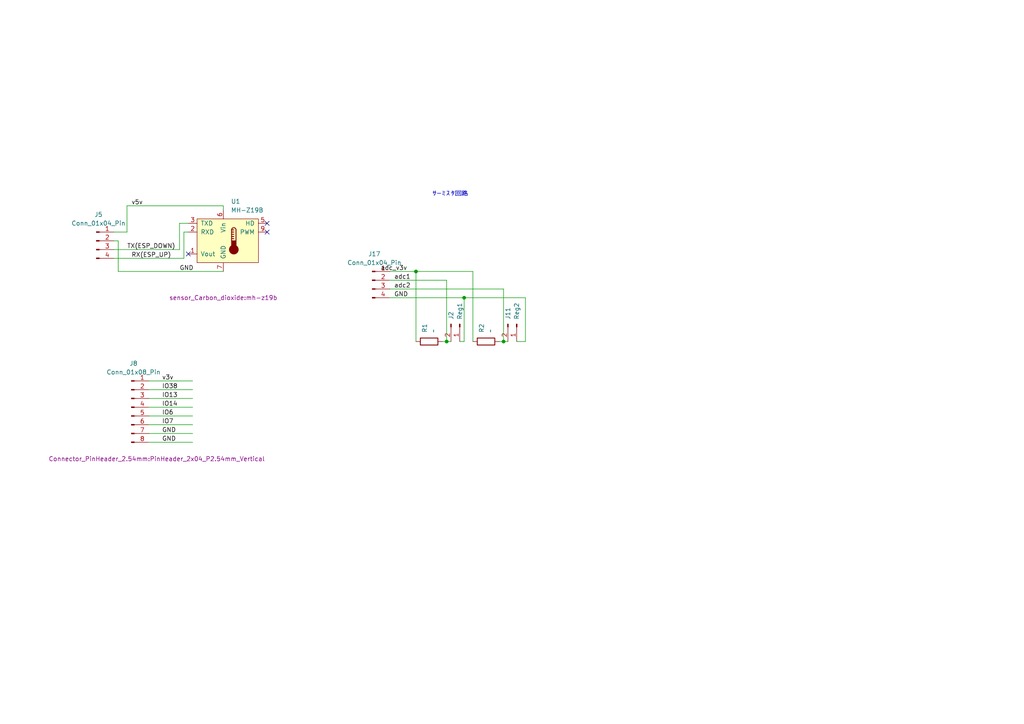
<source format=kicad_sch>
(kicad_sch (version 20231120) (generator "eeschema") (generator_version "8.0")
  (paper "A4")
  (lib_symbols
    (symbol "Connector:Conn_01x02_Pin" (pin_names (offset 1.016) hide)
      (property "Reference" "J" (at 0 2.54 0))
      (property "Value" "Conn_01x02_Pin" (at 0 -5.08 0))
      (symbol "Conn_01x02_Pin_1_1"
        (polyline (pts (xy 1.27 -2.54) (xy 0.8636 -2.54)) (stroke (width 0.1524)))
        (polyline (pts (xy 1.27 0) (xy 0.8636 0)) (stroke (width 0.1524)))
        (rectangle (start 0.8636 -2.413) (end 0 -2.667) (stroke (width 0.1524)) (fill (type outline)))
        (rectangle (start 0.8636 0.127) (end 0 -0.127) (stroke (width 0.1524)) (fill (type outline)))
        (pin passive line (at 5.08 0 180) (length 3.81) (name "Pin_1") (number "1"))
        (pin passive line (at 5.08 -2.54 180) (length 3.81) (name "Pin_2") (number "2"))
      )
    )
    (symbol "Connector:Conn_01x04_Pin" (pin_names (offset 1.016) hide)
      (property "Reference" "J" (at 0 5.08 0))
      (property "Value" "Conn_01x04_Pin" (at 0 -7.62 0))
      (symbol "Conn_01x04_Pin_1_1"
        (polyline (pts (xy 1.27 -5.08) (xy 0.8636 -5.08)) (stroke (width 0.1524)))
        (polyline (pts (xy 1.27 -2.54) (xy 0.8636 -2.54)) (stroke (width 0.1524)))
        (polyline (pts (xy 1.27 0) (xy 0.8636 0)) (stroke (width 0.1524)))
        (polyline (pts (xy 1.27 2.54) (xy 0.8636 2.54)) (stroke (width 0.1524)))
        (rectangle (start 0.8636 -4.953) (end 0 -5.207) (stroke (width 0.1524)) (fill (type outline)))
        (rectangle (start 0.8636 -2.413) (end 0 -2.667) (stroke (width 0.1524)) (fill (type outline)))
        (rectangle (start 0.8636 0.127) (end 0 -0.127) (stroke (width 0.1524)) (fill (type outline)))
        (rectangle (start 0.8636 2.667) (end 0 2.413) (stroke (width 0.1524)) (fill (type outline)))
        (pin passive line (at 5.08 2.54 180) (length 3.81) (name "Pin_1") (number "1"))
        (pin passive line (at 5.08 0 180) (length 3.81) (name "Pin_2") (number "2"))
        (pin passive line (at 5.08 -2.54 180) (length 3.81) (name "Pin_3") (number "3"))
        (pin passive line (at 5.08 -5.08 180) (length 3.81) (name "Pin_4") (number "4"))
      )
    )
    (symbol "Connector:Conn_01x08_Pin" (pin_names (offset 1.016) hide)
      (property "Reference" "J" (at 0 10.16 0))
      (property "Value" "Conn_01x08_Pin" (at 0 -12.7 0))
      (symbol "Conn_01x08_Pin_1_1"
        (polyline (pts (xy 1.27 -10.16) (xy 0.8636 -10.16)) (stroke (width 0.1524)))
        (polyline (pts (xy 1.27 -7.62) (xy 0.8636 -7.62)) (stroke (width 0.1524)))
        (polyline (pts (xy 1.27 -5.08) (xy 0.8636 -5.08)) (stroke (width 0.1524)))
        (polyline (pts (xy 1.27 -2.54) (xy 0.8636 -2.54)) (stroke (width 0.1524)))
        (polyline (pts (xy 1.27 0) (xy 0.8636 0)) (stroke (width 0.1524)))
        (polyline (pts (xy 1.27 2.54) (xy 0.8636 2.54)) (stroke (width 0.1524)))
        (polyline (pts (xy 1.27 5.08) (xy 0.8636 5.08)) (stroke (width 0.1524)))
        (polyline (pts (xy 1.27 7.62) (xy 0.8636 7.62)) (stroke (width 0.1524)))
        (rectangle (start 0.8636 -10.033) (end 0 -10.287) (stroke (width 0.1524)) (fill (type outline)))
        (rectangle (start 0.8636 -7.493) (end 0 -7.747) (stroke (width 0.1524)) (fill (type outline)))
        (rectangle (start 0.8636 -4.953) (end 0 -5.207) (stroke (width 0.1524)) (fill (type outline)))
        (rectangle (start 0.8636 -2.413) (end 0 -2.667) (stroke (width 0.1524)) (fill (type outline)))
        (rectangle (start 0.8636 0.127) (end 0 -0.127) (stroke (width 0.1524)) (fill (type outline)))
        (rectangle (start 0.8636 2.667) (end 0 2.413) (stroke (width 0.1524)) (fill (type outline)))
        (rectangle (start 0.8636 5.207) (end 0 4.953) (stroke (width 0.1524)) (fill (type outline)))
        (rectangle (start 0.8636 7.747) (end 0 7.493) (stroke (width 0.1524)) (fill (type outline)))
        (pin passive line (at 5.08 7.62 180) (length 3.81) (name "Pin_1") (number "1"))
        (pin passive line (at 5.08 5.08 180) (length 3.81) (name "Pin_2") (number "2"))
        (pin passive line (at 5.08 2.54 180) (length 3.81) (name "Pin_3") (number "3"))
        (pin passive line (at 5.08 0 180) (length 3.81) (name "Pin_4") (number "4"))
        (pin passive line (at 5.08 -2.54 180) (length 3.81) (name "Pin_5") (number "5"))
        (pin passive line (at 5.08 -5.08 180) (length 3.81) (name "Pin_6") (number "6"))
        (pin passive line (at 5.08 -7.62 180) (length 3.81) (name "Pin_7") (number "7"))
        (pin passive line (at 5.08 -10.16 180) (length 3.81) (name "Pin_8") (number "8"))
      )
    )
    (symbol "Device:R" (pin_numbers hide) (pin_names (offset 0))
      (property "Reference" "R" (at 2.032 0 90))
      (property "Value" "R" (at 0 0 90))
      (symbol "R_0_1"
        (rectangle (start -1.016 -2.54) (end 1.016 2.54) (stroke (width 0.254)))
      )
      (symbol "R_1_1"
        (pin passive line (at 0 3.81 270) (length 1.27) (name "~") (number "1"))
        (pin passive line (at 0 -3.81 90) (length 1.27) (name "~") (number "2"))
      )
    )
    (symbol "mh_z19b:MH-Z19B" (pin_names (offset 1.016))
      (property "Reference" "U" (at -6.35 7.62 0))
      (property "Value" "MH-Z19B" (at 5.08 7.62 0))
      (symbol "MH-Z19B_0_1"
        (rectangle (start 10.16 -6.35) (end -7.62 6.35) (fill (type background)))
      )
      (symbol "MH-Z19B_1_1"
        (polyline (pts (xy 2.413 0.635) (xy 3.048 0.635)) (stroke (width 0.254)))
        (polyline (pts (xy 2.413 1.27) (xy 3.048 1.27)) (stroke (width 0.254)))
        (polyline (pts (xy 2.413 1.905) (xy 3.048 1.905)) (stroke (width 0.254)))
        (polyline (pts (xy 2.413 2.54) (xy 3.048 2.54)) (stroke (width 0.254)))
        (polyline (pts (xy 2.413 3.175) (xy 2.413 0)) (stroke (width 0.254)))
        (polyline (pts (xy 2.413 3.175) (xy 3.048 3.175)) (stroke (width 0.254)))
        (polyline (pts (xy 3.683 3.175) (xy 3.683 0)) (stroke (width 0.254)))
        (circle (center 3.048 -2.54) (radius 1.27) (stroke (width 0.254)) (fill (type outline)))
        (rectangle (start 3.683 -1.905) (end 2.413 0) (stroke (width 0.254)) (fill (type outline)))
        (arc (start 3.683 3.175) (mid 3.048 3.81) (end 2.413 3.175) (stroke (width 0.254)))
        (pin power_out line (at -10.16 -3.81 0) (length 2.54) (name "Vout") (number "1"))
        (pin input line (at -10.16 2.54 0) (length 2.54) (name "RXD") (number "2"))
        (pin output line (at -10.16 5.08 0) (length 2.54) (name "TXD") (number "3"))
        (pin passive line (at 12.7 -3.81 180) (length 2.54) hide (name "SR") (number "4"))
        (pin passive line (at 12.7 5.08 180) (length 2.54) (name "HD") (number "5"))
        (pin power_in line (at 0 8.89 270) (length 2.54) (name "Vin") (number "6"))
        (pin passive line (at 0 -8.89 90) (length 2.54) (name "GND") (number "7"))
        (pin passive line (at 12.7 -1.27 180) (length 2.54) hide (name "A0T") (number "8"))
        (pin passive line (at 12.7 2.54 180) (length 2.54) (name "PWM") (number "9"))
      )
    )
  )
  (junction (at 134.62 86.36))
  (junction (at 129.54 99.06))
  (junction (at 146.05 99.06))
  (junction (at 120.65 78.74))
  (no_connect (at 54.61 73.66))
  (no_connect (at 77.47 64.77))
  (no_connect (at 77.47 67.31))
  (wire (pts (xy 52.07 64.77) (xy 52.07 72.39)))
  (wire (pts (xy 144.78 99.06) (xy 146.05 99.06)))
  (wire (pts (xy 53.34 67.31) (xy 54.61 67.31)))
  (wire (pts (xy 120.65 78.74) (xy 137.16 78.74)))
  (wire (pts (xy 36.83 67.31) (xy 36.83 59.69)))
  (wire (pts (xy 152.4 99.06) (xy 149.86 99.06)))
  (wire (pts (xy 133.35 99.06) (xy 134.62 99.06)))
  (wire (pts (xy 146.05 99.06) (xy 146.05 83.82)))
  (wire (pts (xy 146.05 99.06) (xy 147.32 99.06)))
  (wire (pts (xy 64.77 59.69) (xy 64.77 60.96)))
  (wire (pts (xy 43.18 115.57) (xy 55.88 115.57)))
  (wire (pts (xy 128.27 99.06) (xy 129.54 99.06)))
  (wire (pts (xy 43.18 118.11) (xy 55.88 118.11)))
  (wire (pts (xy 33.02 69.85) (xy 34.29 69.85)))
  (wire (pts (xy 113.03 86.36) (xy 134.62 86.36)))
  (wire (pts (xy 129.54 81.28) (xy 129.54 99.06)))
  (wire (pts (xy 36.83 59.69) (xy 64.77 59.69)))
  (wire (pts (xy 120.65 78.74) (xy 120.65 99.06)))
  (wire (pts (xy 34.29 69.85) (xy 34.29 78.74)))
  (wire (pts (xy 43.18 113.03) (xy 55.88 113.03)))
  (wire (pts (xy 53.34 67.31) (xy 53.34 74.93)))
  (wire (pts (xy 113.03 83.82) (xy 146.05 83.82)))
  (wire (pts (xy 152.4 86.36) (xy 152.4 99.06)))
  (wire (pts (xy 43.18 123.19) (xy 55.88 123.19)))
  (wire (pts (xy 43.18 120.65) (xy 55.88 120.65)))
  (wire (pts (xy 134.62 86.36) (xy 134.62 99.06)))
  (wire (pts (xy 33.02 74.93) (xy 53.34 74.93)))
  (wire (pts (xy 43.18 128.27) (xy 55.88 128.27)))
  (wire (pts (xy 43.18 125.73) (xy 55.88 125.73)))
  (wire (pts (xy 52.07 64.77) (xy 54.61 64.77)))
  (wire (pts (xy 43.18 110.49) (xy 55.88 110.49)))
  (wire (pts (xy 134.62 86.36) (xy 152.4 86.36)))
  (wire (pts (xy 33.02 72.39) (xy 52.07 72.39)))
  (wire (pts (xy 33.02 67.31) (xy 36.83 67.31)))
  (wire (pts (xy 113.03 78.74) (xy 120.65 78.74)))
  (wire (pts (xy 34.29 78.74) (xy 64.77 78.74)))
  (wire (pts (xy 113.03 81.28) (xy 129.54 81.28)))
  (wire (pts (xy 137.16 99.06) (xy 137.16 78.74)))
  (wire (pts (xy 129.54 99.06) (xy 130.81 99.06)))
  (text "サーミスタ回路" (at 130.556 56.388 0) (effects (font (size 1.27 1.27))))
  (label "IO6" (at 46.99 120.65 0))
  (label "v3v" (at 46.99 110.49 0))
  (label "IO14" (at 46.99 118.11 0))
  (label "IO13" (at 46.99 115.57 0))
  (label "GND" (at 46.99 128.27 0))
  (label "IO38" (at 46.99 113.03 0))
  (label "adc2" (at 114.3 83.82 0))
  (label "GND" (at 52.07 78.74 0))
  (label "GND" (at 46.99 125.73 0))
  (label "adc_v3v" (at 118.11 78.74 180))
  (label "RX(ESP_UP)" (at 38.1 74.93 0))
  (label "TX(ESP_DOWN)" (at 36.83 72.39 0))
  (label "GND" (at 114.3 86.36 0))
  (label "adc1" (at 114.3 81.28 0))
  (label "IO7" (at 46.99 123.19 0))
  (label "v5v" (at 38.1 59.69 0))
  (symbol (lib_id "Connector:Conn_01x04_Pin") (at 27.94 69.85 0) (unit 1) (in_bom no)
    (property "Reference" "J5" (at 28.575 62.23 0))
    (property "Value" "Conn_01x04_Pin" (at 28.575 64.77 0))
    (property "Footprint" "Connector_PinHeader_2.54mm:PinHeader_1x04_P2.54mm_Vertical" (effects (hide yes)))
    (property "Description" "Generic connector, single row, 01x04, script generated" (effects (hide yes)))
  )
  (symbol (lib_id "Device:R") (at 124.46 99.06 90) (unit 1) (in_bom no)
    (property "Reference" "R1" (at 123.1899 96.52 0) (effects (justify left)))
    (property "Value" "~" (at 125.7299 96.52 0) (effects (justify left)))
    (property "Footprint" "Resistor_THT:R_Axial_DIN0207_L6.3mm_D2.5mm_P10.16mm_Horizontal" (effects (hide yes)))
    (property "Description" "Resistor" (effects (hide yes)))
    (property "LCSC" "C21190" (effects (hide yes)))
  )
  (symbol (lib_id "Device:R") (at 140.97 99.06 270) (unit 1) (in_bom no)
    (property "Reference" "R2" (at 139.6999 96.52 0) (effects (justify right)))
    (property "Value" "~" (at 142.2399 96.52 0) (effects (justify right)))
    (property "Footprint" "Resistor_THT:R_Axial_DIN0207_L6.3mm_D2.5mm_P10.16mm_Horizontal" (effects (hide yes)))
    (property "Description" "Resistor" (effects (hide yes)))
    (property "LCSC" "C21190" (effects (hide yes)))
  )
  (symbol (lib_id "Connector:Conn_01x02_Pin") (at 133.35 93.98 270) (unit 1) (in_bom no)
    (property "Reference" "J2" (at 130.8099 92.71 0) (effects (justify right)))
    (property "Value" "Reg1" (at 133.3499 92.71 0) (effects (justify right)))
    (property "Footprint" "Connector_PinSocket_2.54mm:PinSocket_1x02_P2.54mm_Vertical" (effects (hide yes)))
    (property "Description" "Generic connector, single row, 01x02, script generated" (effects (hide yes)))
  )
  (symbol (lib_id "Connector:Conn_01x04_Pin") (at 107.95 81.28 0) (unit 1) (in_bom no)
    (property "Reference" "J17" (at 108.585 73.66 0))
    (property "Value" "Conn_01x04_Pin" (at 108.585 76.2 0))
    (property "Footprint" "Connector_PinHeader_2.54mm:PinHeader_1x04_P2.54mm_Vertical" (effects (hide yes)))
    (property "Description" "Generic connector, single row, 01x04, script generated" (effects (hide yes)))
  )
  (symbol (lib_id "Connector:Conn_01x02_Pin") (at 149.86 93.98 270) (unit 1) (in_bom no)
    (property "Reference" "J11" (at 147.3199 92.71 0) (effects (justify right)))
    (property "Value" "Reg2" (at 149.8599 92.71 0) (effects (justify right)))
    (property "Footprint" "Connector_PinSocket_2.54mm:PinSocket_1x02_P2.54mm_Vertical" (effects (hide yes)))
    (property "Description" "Generic connector, single row, 01x02, script generated" (effects (hide yes)))
  )
  (symbol (lib_id "Connector:Conn_01x08_Pin") (at 38.1 118.11 0) (unit 1) (in_bom no)
    (property "Reference" "J8" (at 38.735 105.41 0))
    (property "Value" "Conn_01x08_Pin" (at 38.735 107.95 0))
    (property "Footprint" "Connector_PinHeader_2.54mm:PinHeader_2x04_P2.54mm_Vertical" (at 45.466 133.096 0))
    (property "Description" "Generic connector, single row, 01x08, script generated" (effects (hide yes)))
  )
  (symbol (lib_id "mh_z19b:MH-Z19B") (at 64.77 69.85 0) (unit 1) (in_bom no)
    (property "Reference" "U1" (at 66.9641 58.42 0) (effects (justify left)))
    (property "Value" "MH-Z19B" (at 66.9641 60.96 0) (effects (justify left)))
    (property "Footprint" "sensor_Carbon_dioxide:mh-z19b" (at 64.77 86.36 0))
    (property "Datasheet" "https://www.winsen-sensor.com/d/files/MH-Z19B.pdf" (effects (hide yes)))
    (property "Description" "NDIR Carbon dioxide Module, CO2" (effects (hide yes)))
  )
)
</source>
